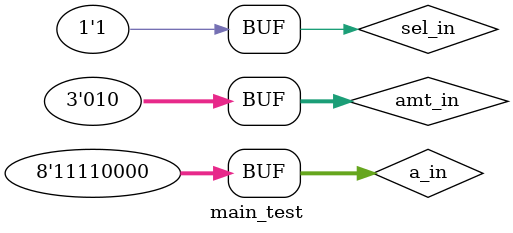
<source format=v>
`timescale 1ns / 1ps

module main_test;

	// Inputs
	reg [7:0] a_in;
	reg [2:0] amt_in;
	reg sel_in;

	// Outputs
	wire [7:0] out_out;

	// Instantiate the Unit Under Test (UUT)
	main_module uut (
		.a_in(a_in), 
		.amt_in(amt_in), 
		.sel_in(sel_in), 
		.out_out(out_out)
	);

	initial begin
		// test vector 1
		a_in = 'b11110000;
		amt_in = 2;
		sel_in = 0;
		#200;
		// test vector 2
		a_in = 'b11110000;
		amt_in = 2;
		sel_in = 1;
		#200;
		//$stop;
	end
      
endmodule


</source>
